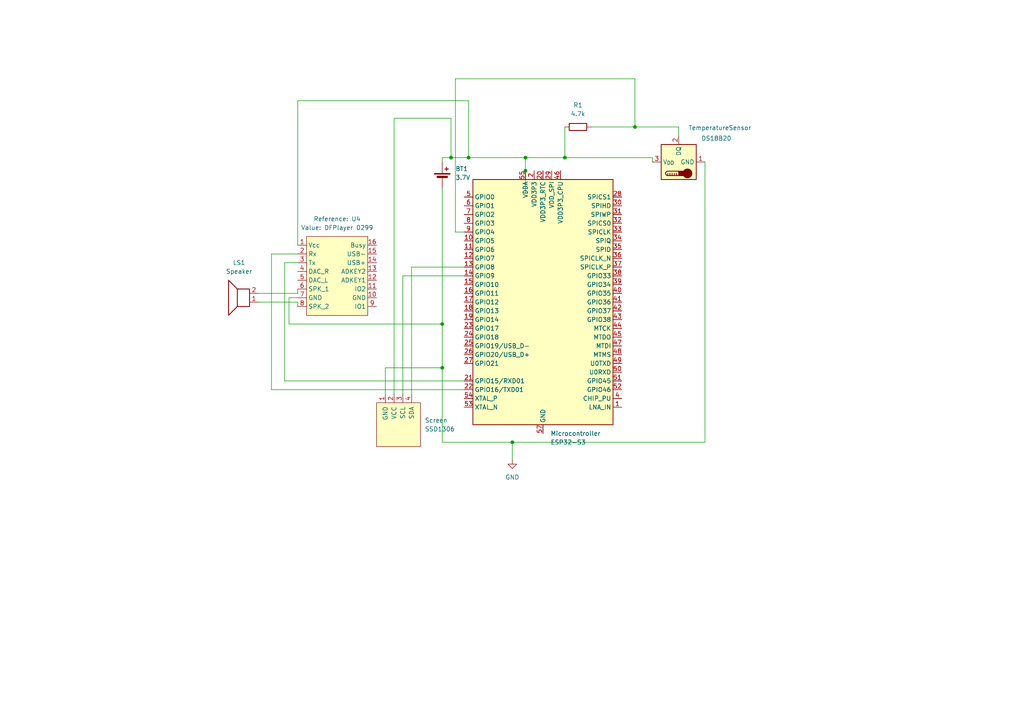
<source format=kicad_sch>
(kicad_sch
	(version 20231120)
	(generator "eeschema")
	(generator_version "8.0")
	(uuid "bd10bf61-521c-45fa-a6f1-caa4eb8db6a9")
	(paper "A4")
	(title_block
		(title "AMR Temperature Sensor Device")
		(rev "1")
	)
	(lib_symbols
		(symbol "DFR0299_1"
			(exclude_from_sim no)
			(in_bom yes)
			(on_board yes)
			(property "Reference" "U"
				(at -11.938 12.192 0)
				(show_name)
				(effects
					(font
						(size 1.27 1.27)
					)
				)
			)
			(property "Value" "DFPlayer 0299"
				(at -7.62 9.906 0)
				(show_name)
				(effects
					(font
						(size 1.27 1.27)
					)
				)
			)
			(property "Footprint" ""
				(at 0 0 0)
				(effects
					(font
						(size 1.27 1.27)
					)
					(hide yes)
				)
			)
			(property "Datasheet" ""
				(at 0 0 0)
				(effects
					(font
						(size 1.27 1.27)
					)
					(hide yes)
				)
			)
			(property "Description" ""
				(at 0 0 0)
				(effects
					(font
						(size 1.27 1.27)
					)
					(hide yes)
				)
			)
			(symbol "DFR0299_1_0_1"
				(rectangle
					(start -8.89 8.89)
					(end 8.89 -13.97)
					(stroke
						(width 0)
						(type default)
					)
					(fill
						(type background)
					)
				)
			)
			(symbol "DFR0299_1_1_1"
				(pin input line
					(at -11.43 6.35 0)
					(length 2.54)
					(name "Vcc"
						(effects
							(font
								(size 1.27 1.27)
							)
						)
					)
					(number "1"
						(effects
							(font
								(size 1.27 1.27)
							)
						)
					)
				)
				(pin output line
					(at 11.43 -8.89 180)
					(length 2.54)
					(name "GND"
						(effects
							(font
								(size 1.27 1.27)
							)
						)
					)
					(number "10"
						(effects
							(font
								(size 1.27 1.27)
							)
						)
					)
				)
				(pin bidirectional line
					(at 11.43 -6.35 180)
					(length 2.54)
					(name "IO2"
						(effects
							(font
								(size 1.27 1.27)
							)
						)
					)
					(number "11"
						(effects
							(font
								(size 1.27 1.27)
							)
						)
					)
				)
				(pin passive line
					(at 11.43 -3.81 180)
					(length 2.54)
					(name "ADKEY1"
						(effects
							(font
								(size 1.27 1.27)
							)
						)
					)
					(number "12"
						(effects
							(font
								(size 1.27 1.27)
							)
						)
					)
				)
				(pin passive line
					(at 11.43 -1.27 180)
					(length 2.54)
					(name "ADKEY2"
						(effects
							(font
								(size 1.27 1.27)
							)
						)
					)
					(number "13"
						(effects
							(font
								(size 1.27 1.27)
							)
						)
					)
				)
				(pin passive line
					(at 11.43 1.27 180)
					(length 2.54)
					(name "USB+"
						(effects
							(font
								(size 1.27 1.27)
							)
						)
					)
					(number "14"
						(effects
							(font
								(size 1.27 1.27)
							)
						)
					)
				)
				(pin passive line
					(at 11.43 3.81 180)
					(length 2.54)
					(name "USB-"
						(effects
							(font
								(size 1.27 1.27)
							)
						)
					)
					(number "15"
						(effects
							(font
								(size 1.27 1.27)
							)
						)
					)
				)
				(pin passive line
					(at 11.43 6.35 180)
					(length 2.54)
					(name "Busy"
						(effects
							(font
								(size 1.27 1.27)
							)
						)
					)
					(number "16"
						(effects
							(font
								(size 1.27 1.27)
							)
						)
					)
				)
				(pin input line
					(at -11.43 3.81 0)
					(length 2.54)
					(name "Rx"
						(effects
							(font
								(size 1.27 1.27)
							)
						)
					)
					(number "2"
						(effects
							(font
								(size 1.27 1.27)
							)
						)
					)
				)
				(pin output line
					(at -11.43 1.27 0)
					(length 2.54)
					(name "Tx"
						(effects
							(font
								(size 1.27 1.27)
							)
						)
					)
					(number "3"
						(effects
							(font
								(size 1.27 1.27)
							)
						)
					)
				)
				(pin output line
					(at -11.43 -1.27 0)
					(length 2.54)
					(name "DAC_R"
						(effects
							(font
								(size 1.27 1.27)
							)
						)
					)
					(number "4"
						(effects
							(font
								(size 1.27 1.27)
							)
						)
					)
				)
				(pin output line
					(at -11.43 -3.81 0)
					(length 2.54)
					(name "DAC_L"
						(effects
							(font
								(size 1.27 1.27)
							)
						)
					)
					(number "5"
						(effects
							(font
								(size 1.27 1.27)
							)
						)
					)
				)
				(pin output line
					(at -11.43 -6.35 0)
					(length 2.54)
					(name "SPK_1"
						(effects
							(font
								(size 1.27 1.27)
							)
						)
					)
					(number "6"
						(effects
							(font
								(size 1.27 1.27)
							)
						)
					)
				)
				(pin output line
					(at -11.43 -8.89 0)
					(length 2.54)
					(name "GND"
						(effects
							(font
								(size 1.27 1.27)
							)
						)
					)
					(number "7"
						(effects
							(font
								(size 1.27 1.27)
							)
						)
					)
				)
				(pin output line
					(at -11.43 -11.43 0)
					(length 2.54)
					(name "SPK_2"
						(effects
							(font
								(size 1.27 1.27)
							)
						)
					)
					(number "8"
						(effects
							(font
								(size 1.27 1.27)
							)
						)
					)
				)
				(pin bidirectional line
					(at 11.43 -11.43 180)
					(length 2.54)
					(name "IO1"
						(effects
							(font
								(size 1.27 1.27)
							)
						)
					)
					(number "9"
						(effects
							(font
								(size 1.27 1.27)
							)
						)
					)
				)
			)
		)
		(symbol "Device:Battery_Cell"
			(pin_numbers hide)
			(pin_names
				(offset 0) hide)
			(exclude_from_sim no)
			(in_bom yes)
			(on_board yes)
			(property "Reference" "BT"
				(at 2.54 2.54 0)
				(effects
					(font
						(size 1.27 1.27)
					)
					(justify left)
				)
			)
			(property "Value" "Battery_Cell"
				(at 2.54 0 0)
				(effects
					(font
						(size 1.27 1.27)
					)
					(justify left)
				)
			)
			(property "Footprint" ""
				(at 0 1.524 90)
				(effects
					(font
						(size 1.27 1.27)
					)
					(hide yes)
				)
			)
			(property "Datasheet" "~"
				(at 0 1.524 90)
				(effects
					(font
						(size 1.27 1.27)
					)
					(hide yes)
				)
			)
			(property "Description" "Single-cell battery"
				(at 0 0 0)
				(effects
					(font
						(size 1.27 1.27)
					)
					(hide yes)
				)
			)
			(property "ki_keywords" "battery cell"
				(at 0 0 0)
				(effects
					(font
						(size 1.27 1.27)
					)
					(hide yes)
				)
			)
			(symbol "Battery_Cell_0_1"
				(rectangle
					(start -2.286 1.778)
					(end 2.286 1.524)
					(stroke
						(width 0)
						(type default)
					)
					(fill
						(type outline)
					)
				)
				(rectangle
					(start -1.524 1.016)
					(end 1.524 0.508)
					(stroke
						(width 0)
						(type default)
					)
					(fill
						(type outline)
					)
				)
				(polyline
					(pts
						(xy 0 0.762) (xy 0 0)
					)
					(stroke
						(width 0)
						(type default)
					)
					(fill
						(type none)
					)
				)
				(polyline
					(pts
						(xy 0 1.778) (xy 0 2.54)
					)
					(stroke
						(width 0)
						(type default)
					)
					(fill
						(type none)
					)
				)
				(polyline
					(pts
						(xy 0.762 3.048) (xy 1.778 3.048)
					)
					(stroke
						(width 0.254)
						(type default)
					)
					(fill
						(type none)
					)
				)
				(polyline
					(pts
						(xy 1.27 3.556) (xy 1.27 2.54)
					)
					(stroke
						(width 0.254)
						(type default)
					)
					(fill
						(type none)
					)
				)
			)
			(symbol "Battery_Cell_1_1"
				(pin passive line
					(at 0 5.08 270)
					(length 2.54)
					(name "+"
						(effects
							(font
								(size 1.27 1.27)
							)
						)
					)
					(number "1"
						(effects
							(font
								(size 1.27 1.27)
							)
						)
					)
				)
				(pin passive line
					(at 0 -2.54 90)
					(length 2.54)
					(name "-"
						(effects
							(font
								(size 1.27 1.27)
							)
						)
					)
					(number "2"
						(effects
							(font
								(size 1.27 1.27)
							)
						)
					)
				)
			)
		)
		(symbol "Device:R"
			(pin_numbers hide)
			(pin_names
				(offset 0)
			)
			(exclude_from_sim no)
			(in_bom yes)
			(on_board yes)
			(property "Reference" "R"
				(at 2.032 0 90)
				(effects
					(font
						(size 1.27 1.27)
					)
				)
			)
			(property "Value" "R"
				(at 0 0 90)
				(effects
					(font
						(size 1.27 1.27)
					)
				)
			)
			(property "Footprint" ""
				(at -1.778 0 90)
				(effects
					(font
						(size 1.27 1.27)
					)
					(hide yes)
				)
			)
			(property "Datasheet" "~"
				(at 0 0 0)
				(effects
					(font
						(size 1.27 1.27)
					)
					(hide yes)
				)
			)
			(property "Description" "Resistor"
				(at 0 0 0)
				(effects
					(font
						(size 1.27 1.27)
					)
					(hide yes)
				)
			)
			(property "ki_keywords" "R res resistor"
				(at 0 0 0)
				(effects
					(font
						(size 1.27 1.27)
					)
					(hide yes)
				)
			)
			(property "ki_fp_filters" "R_*"
				(at 0 0 0)
				(effects
					(font
						(size 1.27 1.27)
					)
					(hide yes)
				)
			)
			(symbol "R_0_1"
				(rectangle
					(start -1.016 -2.54)
					(end 1.016 2.54)
					(stroke
						(width 0.254)
						(type default)
					)
					(fill
						(type none)
					)
				)
			)
			(symbol "R_1_1"
				(pin passive line
					(at 0 3.81 270)
					(length 1.27)
					(name "~"
						(effects
							(font
								(size 1.27 1.27)
							)
						)
					)
					(number "1"
						(effects
							(font
								(size 1.27 1.27)
							)
						)
					)
				)
				(pin passive line
					(at 0 -3.81 90)
					(length 1.27)
					(name "~"
						(effects
							(font
								(size 1.27 1.27)
							)
						)
					)
					(number "2"
						(effects
							(font
								(size 1.27 1.27)
							)
						)
					)
				)
			)
		)
		(symbol "Device:Speaker"
			(pin_names
				(offset 0) hide)
			(exclude_from_sim no)
			(in_bom yes)
			(on_board yes)
			(property "Reference" "LS"
				(at 1.27 5.715 0)
				(effects
					(font
						(size 1.27 1.27)
					)
					(justify right)
				)
			)
			(property "Value" "Speaker"
				(at 1.27 3.81 0)
				(effects
					(font
						(size 1.27 1.27)
					)
					(justify right)
				)
			)
			(property "Footprint" ""
				(at 0 -5.08 0)
				(effects
					(font
						(size 1.27 1.27)
					)
					(hide yes)
				)
			)
			(property "Datasheet" "~"
				(at -0.254 -1.27 0)
				(effects
					(font
						(size 1.27 1.27)
					)
					(hide yes)
				)
			)
			(property "Description" "Speaker"
				(at 0 0 0)
				(effects
					(font
						(size 1.27 1.27)
					)
					(hide yes)
				)
			)
			(property "ki_keywords" "speaker sound"
				(at 0 0 0)
				(effects
					(font
						(size 1.27 1.27)
					)
					(hide yes)
				)
			)
			(symbol "Speaker_0_0"
				(rectangle
					(start -2.54 1.27)
					(end 1.016 -3.81)
					(stroke
						(width 0.254)
						(type default)
					)
					(fill
						(type none)
					)
				)
				(polyline
					(pts
						(xy 1.016 1.27) (xy 3.556 3.81) (xy 3.556 -6.35) (xy 1.016 -3.81)
					)
					(stroke
						(width 0.254)
						(type default)
					)
					(fill
						(type none)
					)
				)
			)
			(symbol "Speaker_1_1"
				(pin input line
					(at -5.08 0 0)
					(length 2.54)
					(name "1"
						(effects
							(font
								(size 1.27 1.27)
							)
						)
					)
					(number "1"
						(effects
							(font
								(size 1.27 1.27)
							)
						)
					)
				)
				(pin input line
					(at -5.08 -2.54 0)
					(length 2.54)
					(name "2"
						(effects
							(font
								(size 1.27 1.27)
							)
						)
					)
					(number "2"
						(effects
							(font
								(size 1.27 1.27)
							)
						)
					)
				)
			)
		)
		(symbol "MCU_Espressif:ESP32-S3"
			(exclude_from_sim no)
			(in_bom yes)
			(on_board yes)
			(property "Reference" "Microcontroller"
				(at 2.1941 -38.1 0)
				(effects
					(font
						(size 1.27 1.27)
					)
					(justify left)
				)
			)
			(property "Value" "ESP32-S3"
				(at 2.1941 -40.64 0)
				(effects
					(font
						(size 1.27 1.27)
					)
					(justify left)
				)
			)
			(property "Footprint" "Package_DFN_QFN:QFN-56-1EP_7x7mm_P0.4mm_EP4x4mm"
				(at 0 -48.26 0)
				(effects
					(font
						(size 1.27 1.27)
					)
					(hide yes)
				)
			)
			(property "Datasheet" "https://www.espressif.com/sites/default/files/documentation/esp32-s3_datasheet_en.pdf"
				(at 0 0 0)
				(effects
					(font
						(size 1.27 1.27)
					)
					(hide yes)
				)
			)
			(property "Description" "Microcontroller, Wi-Fi 802.11b/g/n, Bluetooth, 32bit"
				(at 0 0 0)
				(effects
					(font
						(size 1.27 1.27)
					)
					(hide yes)
				)
			)
			(property "ki_keywords" "Microcontroller Wi-Fi BT ESP ESP32 Espressif"
				(at 0 0 0)
				(effects
					(font
						(size 1.27 1.27)
					)
					(hide yes)
				)
			)
			(property "ki_fp_filters" "QFN*1EP*7x7mm*P0.4mm*"
				(at 0 0 0)
				(effects
					(font
						(size 1.27 1.27)
					)
					(hide yes)
				)
			)
			(symbol "ESP32-S3_0_1"
				(rectangle
					(start -20.32 35.56)
					(end 20.32 -35.56)
					(stroke
						(width 0.254)
						(type default)
					)
					(fill
						(type background)
					)
				)
			)
			(symbol "ESP32-S3_1_0"
				(pin bidirectional line
					(at 22.86 12.7 180)
					(length 2.54)
					(name "SPICLK_N"
						(effects
							(font
								(size 1.27 1.27)
							)
						)
					)
					(number "36"
						(effects
							(font
								(size 1.27 1.27)
							)
						)
					)
				)
				(pin bidirectional line
					(at 22.86 -10.16 180)
					(length 2.54)
					(name "MTDO"
						(effects
							(font
								(size 1.27 1.27)
							)
						)
					)
					(number "45"
						(effects
							(font
								(size 1.27 1.27)
							)
						)
					)
				)
				(pin bidirectional line
					(at 22.86 -22.86 180)
					(length 2.54)
					(name "GPIO45"
						(effects
							(font
								(size 1.27 1.27)
							)
						)
					)
					(number "51"
						(effects
							(font
								(size 1.27 1.27)
							)
						)
					)
				)
				(pin passive line
					(at -5.08 38.1 270)
					(length 2.54) hide
					(name "VDDA"
						(effects
							(font
								(size 1.27 1.27)
							)
						)
					)
					(number "56"
						(effects
							(font
								(size 1.27 1.27)
							)
						)
					)
				)
			)
			(symbol "ESP32-S3_1_1"
				(pin bidirectional line
					(at 22.86 -30.48 180)
					(length 2.54)
					(name "LNA_IN"
						(effects
							(font
								(size 1.27 1.27)
							)
						)
					)
					(number "1"
						(effects
							(font
								(size 1.27 1.27)
							)
						)
					)
				)
				(pin bidirectional line
					(at -22.86 17.78 0)
					(length 2.54)
					(name "GPIO5"
						(effects
							(font
								(size 1.27 1.27)
							)
						)
					)
					(number "10"
						(effects
							(font
								(size 1.27 1.27)
							)
						)
					)
				)
				(pin bidirectional line
					(at -22.86 15.24 0)
					(length 2.54)
					(name "GPIO6"
						(effects
							(font
								(size 1.27 1.27)
							)
						)
					)
					(number "11"
						(effects
							(font
								(size 1.27 1.27)
							)
						)
					)
				)
				(pin bidirectional line
					(at -22.86 12.7 0)
					(length 2.54)
					(name "GPIO7"
						(effects
							(font
								(size 1.27 1.27)
							)
						)
					)
					(number "12"
						(effects
							(font
								(size 1.27 1.27)
							)
						)
					)
				)
				(pin bidirectional line
					(at -22.86 10.16 0)
					(length 2.54)
					(name "GPIO8"
						(effects
							(font
								(size 1.27 1.27)
							)
						)
					)
					(number "13"
						(effects
							(font
								(size 1.27 1.27)
							)
						)
					)
				)
				(pin bidirectional line
					(at -22.86 7.62 0)
					(length 2.54)
					(name "GPIO9"
						(effects
							(font
								(size 1.27 1.27)
							)
						)
					)
					(number "14"
						(effects
							(font
								(size 1.27 1.27)
							)
						)
					)
				)
				(pin bidirectional line
					(at -22.86 5.08 0)
					(length 2.54)
					(name "GPIO10"
						(effects
							(font
								(size 1.27 1.27)
							)
						)
					)
					(number "15"
						(effects
							(font
								(size 1.27 1.27)
							)
						)
					)
				)
				(pin bidirectional line
					(at -22.86 2.54 0)
					(length 2.54)
					(name "GPIO11"
						(effects
							(font
								(size 1.27 1.27)
							)
						)
					)
					(number "16"
						(effects
							(font
								(size 1.27 1.27)
							)
						)
					)
				)
				(pin bidirectional line
					(at -22.86 0 0)
					(length 2.54)
					(name "GPIO12"
						(effects
							(font
								(size 1.27 1.27)
							)
						)
					)
					(number "17"
						(effects
							(font
								(size 1.27 1.27)
							)
						)
					)
				)
				(pin bidirectional line
					(at -22.86 -2.54 0)
					(length 2.54)
					(name "GPIO13"
						(effects
							(font
								(size 1.27 1.27)
							)
						)
					)
					(number "18"
						(effects
							(font
								(size 1.27 1.27)
							)
						)
					)
				)
				(pin bidirectional line
					(at -22.86 -5.08 0)
					(length 2.54)
					(name "GPIO14"
						(effects
							(font
								(size 1.27 1.27)
							)
						)
					)
					(number "19"
						(effects
							(font
								(size 1.27 1.27)
							)
						)
					)
				)
				(pin power_in line
					(at -2.54 38.1 270)
					(length 2.54)
					(name "VDD3P3"
						(effects
							(font
								(size 1.27 1.27)
							)
						)
					)
					(number "2"
						(effects
							(font
								(size 1.27 1.27)
							)
						)
					)
				)
				(pin power_in line
					(at 0 38.1 270)
					(length 2.54)
					(name "VDD3P3_RTC"
						(effects
							(font
								(size 1.27 1.27)
							)
						)
					)
					(number "20"
						(effects
							(font
								(size 1.27 1.27)
							)
						)
					)
				)
				(pin passive line
					(at -22.86 -22.86 0)
					(length 2.54)
					(name "GPIO15/RXD01"
						(effects
							(font
								(size 1.27 1.27)
							)
						)
					)
					(number "21"
						(effects
							(font
								(size 1.27 1.27)
							)
						)
					)
				)
				(pin passive line
					(at -22.86 -25.4 0)
					(length 2.54)
					(name "GPIO16/TXD01"
						(effects
							(font
								(size 1.27 1.27)
							)
						)
					)
					(number "22"
						(effects
							(font
								(size 1.27 1.27)
							)
						)
					)
				)
				(pin bidirectional line
					(at -22.86 -7.62 0)
					(length 2.54)
					(name "GPIO17"
						(effects
							(font
								(size 1.27 1.27)
							)
						)
					)
					(number "23"
						(effects
							(font
								(size 1.27 1.27)
							)
						)
					)
				)
				(pin bidirectional line
					(at -22.86 -10.16 0)
					(length 2.54)
					(name "GPIO18"
						(effects
							(font
								(size 1.27 1.27)
							)
						)
					)
					(number "24"
						(effects
							(font
								(size 1.27 1.27)
							)
						)
					)
				)
				(pin bidirectional line
					(at -22.86 -12.7 0)
					(length 2.54)
					(name "GPIO19/USB_D-"
						(effects
							(font
								(size 1.27 1.27)
							)
						)
					)
					(number "25"
						(effects
							(font
								(size 1.27 1.27)
							)
						)
					)
				)
				(pin bidirectional line
					(at -22.86 -15.24 0)
					(length 2.54)
					(name "GPIO20/USB_D+"
						(effects
							(font
								(size 1.27 1.27)
							)
						)
					)
					(number "26"
						(effects
							(font
								(size 1.27 1.27)
							)
						)
					)
				)
				(pin bidirectional line
					(at -22.86 -17.78 0)
					(length 2.54)
					(name "GPIO21"
						(effects
							(font
								(size 1.27 1.27)
							)
						)
					)
					(number "27"
						(effects
							(font
								(size 1.27 1.27)
							)
						)
					)
				)
				(pin bidirectional line
					(at 22.86 30.48 180)
					(length 2.54)
					(name "SPICS1"
						(effects
							(font
								(size 1.27 1.27)
							)
						)
					)
					(number "28"
						(effects
							(font
								(size 1.27 1.27)
							)
						)
					)
				)
				(pin power_in line
					(at 2.54 38.1 270)
					(length 2.54)
					(name "VDD_SPI"
						(effects
							(font
								(size 1.27 1.27)
							)
						)
					)
					(number "29"
						(effects
							(font
								(size 1.27 1.27)
							)
						)
					)
				)
				(pin passive line
					(at -2.54 38.1 270)
					(length 2.54) hide
					(name "VDD3P3"
						(effects
							(font
								(size 1.27 1.27)
							)
						)
					)
					(number "3"
						(effects
							(font
								(size 1.27 1.27)
							)
						)
					)
				)
				(pin bidirectional line
					(at 22.86 27.94 180)
					(length 2.54)
					(name "SPIHD"
						(effects
							(font
								(size 1.27 1.27)
							)
						)
					)
					(number "30"
						(effects
							(font
								(size 1.27 1.27)
							)
						)
					)
				)
				(pin bidirectional line
					(at 22.86 25.4 180)
					(length 2.54)
					(name "SPIWP"
						(effects
							(font
								(size 1.27 1.27)
							)
						)
					)
					(number "31"
						(effects
							(font
								(size 1.27 1.27)
							)
						)
					)
				)
				(pin bidirectional line
					(at 22.86 22.86 180)
					(length 2.54)
					(name "SPICS0"
						(effects
							(font
								(size 1.27 1.27)
							)
						)
					)
					(number "32"
						(effects
							(font
								(size 1.27 1.27)
							)
						)
					)
				)
				(pin bidirectional line
					(at 22.86 20.32 180)
					(length 2.54)
					(name "SPICLK"
						(effects
							(font
								(size 1.27 1.27)
							)
						)
					)
					(number "33"
						(effects
							(font
								(size 1.27 1.27)
							)
						)
					)
				)
				(pin bidirectional line
					(at 22.86 17.78 180)
					(length 2.54)
					(name "SPIQ"
						(effects
							(font
								(size 1.27 1.27)
							)
						)
					)
					(number "34"
						(effects
							(font
								(size 1.27 1.27)
							)
						)
					)
				)
				(pin bidirectional line
					(at 22.86 15.24 180)
					(length 2.54)
					(name "SPID"
						(effects
							(font
								(size 1.27 1.27)
							)
						)
					)
					(number "35"
						(effects
							(font
								(size 1.27 1.27)
							)
						)
					)
				)
				(pin bidirectional line
					(at 22.86 10.16 180)
					(length 2.54)
					(name "SPICLK_P"
						(effects
							(font
								(size 1.27 1.27)
							)
						)
					)
					(number "37"
						(effects
							(font
								(size 1.27 1.27)
							)
						)
					)
				)
				(pin bidirectional line
					(at 22.86 7.62 180)
					(length 2.54)
					(name "GPIO33"
						(effects
							(font
								(size 1.27 1.27)
							)
						)
					)
					(number "38"
						(effects
							(font
								(size 1.27 1.27)
							)
						)
					)
				)
				(pin bidirectional line
					(at 22.86 5.08 180)
					(length 2.54)
					(name "GPIO34"
						(effects
							(font
								(size 1.27 1.27)
							)
						)
					)
					(number "39"
						(effects
							(font
								(size 1.27 1.27)
							)
						)
					)
				)
				(pin input line
					(at 22.86 -27.94 180)
					(length 2.54)
					(name "CHIP_PU"
						(effects
							(font
								(size 1.27 1.27)
							)
						)
					)
					(number "4"
						(effects
							(font
								(size 1.27 1.27)
							)
						)
					)
				)
				(pin bidirectional line
					(at 22.86 2.54 180)
					(length 2.54)
					(name "GPIO35"
						(effects
							(font
								(size 1.27 1.27)
							)
						)
					)
					(number "40"
						(effects
							(font
								(size 1.27 1.27)
							)
						)
					)
				)
				(pin bidirectional line
					(at 22.86 0 180)
					(length 2.54)
					(name "GPIO36"
						(effects
							(font
								(size 1.27 1.27)
							)
						)
					)
					(number "41"
						(effects
							(font
								(size 1.27 1.27)
							)
						)
					)
				)
				(pin bidirectional line
					(at 22.86 -2.54 180)
					(length 2.54)
					(name "GPIO37"
						(effects
							(font
								(size 1.27 1.27)
							)
						)
					)
					(number "42"
						(effects
							(font
								(size 1.27 1.27)
							)
						)
					)
				)
				(pin bidirectional line
					(at 22.86 -5.08 180)
					(length 2.54)
					(name "GPIO38"
						(effects
							(font
								(size 1.27 1.27)
							)
						)
					)
					(number "43"
						(effects
							(font
								(size 1.27 1.27)
							)
						)
					)
				)
				(pin bidirectional line
					(at 22.86 -7.62 180)
					(length 2.54)
					(name "MTCK"
						(effects
							(font
								(size 1.27 1.27)
							)
						)
					)
					(number "44"
						(effects
							(font
								(size 1.27 1.27)
							)
						)
					)
				)
				(pin power_in line
					(at 5.08 38.1 270)
					(length 2.54)
					(name "VDD3P3_CPU"
						(effects
							(font
								(size 1.27 1.27)
							)
						)
					)
					(number "46"
						(effects
							(font
								(size 1.27 1.27)
							)
						)
					)
				)
				(pin bidirectional line
					(at 22.86 -12.7 180)
					(length 2.54)
					(name "MTDI"
						(effects
							(font
								(size 1.27 1.27)
							)
						)
					)
					(number "47"
						(effects
							(font
								(size 1.27 1.27)
							)
						)
					)
				)
				(pin bidirectional line
					(at 22.86 -15.24 180)
					(length 2.54)
					(name "MTMS"
						(effects
							(font
								(size 1.27 1.27)
							)
						)
					)
					(number "48"
						(effects
							(font
								(size 1.27 1.27)
							)
						)
					)
				)
				(pin bidirectional line
					(at 22.86 -17.78 180)
					(length 2.54)
					(name "U0TXD"
						(effects
							(font
								(size 1.27 1.27)
							)
						)
					)
					(number "49"
						(effects
							(font
								(size 1.27 1.27)
							)
						)
					)
				)
				(pin bidirectional line
					(at -22.86 30.48 0)
					(length 2.54)
					(name "GPIO0"
						(effects
							(font
								(size 1.27 1.27)
							)
						)
					)
					(number "5"
						(effects
							(font
								(size 1.27 1.27)
							)
						)
					)
				)
				(pin bidirectional line
					(at 22.86 -20.32 180)
					(length 2.54)
					(name "U0RXD"
						(effects
							(font
								(size 1.27 1.27)
							)
						)
					)
					(number "50"
						(effects
							(font
								(size 1.27 1.27)
							)
						)
					)
				)
				(pin bidirectional line
					(at 22.86 -25.4 180)
					(length 2.54)
					(name "GPIO46"
						(effects
							(font
								(size 1.27 1.27)
							)
						)
					)
					(number "52"
						(effects
							(font
								(size 1.27 1.27)
							)
						)
					)
				)
				(pin output line
					(at -22.86 -30.48 0)
					(length 2.54)
					(name "XTAL_N"
						(effects
							(font
								(size 1.27 1.27)
							)
						)
					)
					(number "53"
						(effects
							(font
								(size 1.27 1.27)
							)
						)
					)
				)
				(pin input line
					(at -22.86 -27.94 0)
					(length 2.54)
					(name "XTAL_P"
						(effects
							(font
								(size 1.27 1.27)
							)
						)
					)
					(number "54"
						(effects
							(font
								(size 1.27 1.27)
							)
						)
					)
				)
				(pin power_in line
					(at -5.08 38.1 270)
					(length 2.54)
					(name "VDDA"
						(effects
							(font
								(size 1.27 1.27)
							)
						)
					)
					(number "55"
						(effects
							(font
								(size 1.27 1.27)
							)
						)
					)
				)
				(pin power_in line
					(at 0 -38.1 90)
					(length 2.54)
					(name "GND"
						(effects
							(font
								(size 1.27 1.27)
							)
						)
					)
					(number "57"
						(effects
							(font
								(size 1.27 1.27)
							)
						)
					)
				)
				(pin bidirectional line
					(at -22.86 27.94 0)
					(length 2.54)
					(name "GPIO1"
						(effects
							(font
								(size 1.27 1.27)
							)
						)
					)
					(number "6"
						(effects
							(font
								(size 1.27 1.27)
							)
						)
					)
				)
				(pin bidirectional line
					(at -22.86 25.4 0)
					(length 2.54)
					(name "GPIO2"
						(effects
							(font
								(size 1.27 1.27)
							)
						)
					)
					(number "7"
						(effects
							(font
								(size 1.27 1.27)
							)
						)
					)
				)
				(pin bidirectional line
					(at -22.86 22.86 0)
					(length 2.54)
					(name "GPIO3"
						(effects
							(font
								(size 1.27 1.27)
							)
						)
					)
					(number "8"
						(effects
							(font
								(size 1.27 1.27)
							)
						)
					)
				)
				(pin bidirectional line
					(at -22.86 20.32 0)
					(length 2.54)
					(name "GPIO4"
						(effects
							(font
								(size 1.27 1.27)
							)
						)
					)
					(number "9"
						(effects
							(font
								(size 1.27 1.27)
							)
						)
					)
				)
			)
		)
		(symbol "SSD1306 Screen:SSD1306"
			(pin_names
				(offset 1.016)
			)
			(exclude_from_sim no)
			(in_bom yes)
			(on_board yes)
			(property "Reference" "Brd"
				(at 0 -3.81 0)
				(effects
					(font
						(size 1.27 1.27)
					)
				)
			)
			(property "Value" "SSD1306"
				(at 0 -1.27 0)
				(effects
					(font
						(size 1.27 1.27)
					)
				)
			)
			(property "Footprint" ""
				(at 0 6.35 0)
				(effects
					(font
						(size 1.27 1.27)
					)
					(hide yes)
				)
			)
			(property "Datasheet" ""
				(at 0 6.35 0)
				(effects
					(font
						(size 1.27 1.27)
					)
					(hide yes)
				)
			)
			(property "Description" "SSD1306 OLED"
				(at 0 0 0)
				(effects
					(font
						(size 1.27 1.27)
					)
					(hide yes)
				)
			)
			(property "ki_keywords" "SSD1306"
				(at 0 0 0)
				(effects
					(font
						(size 1.27 1.27)
					)
					(hide yes)
				)
			)
			(property "ki_fp_filters" "SSD1306-128x64_OLED:SSD1306"
				(at 0 0 0)
				(effects
					(font
						(size 1.27 1.27)
					)
					(hide yes)
				)
			)
			(symbol "SSD1306_0_1"
				(rectangle
					(start -6.35 6.35)
					(end 6.35 -6.35)
					(stroke
						(width 0)
						(type solid)
					)
					(fill
						(type background)
					)
				)
			)
			(symbol "SSD1306_1_1"
				(pin input line
					(at -3.81 8.89 270)
					(length 2.54)
					(name "GND"
						(effects
							(font
								(size 1.27 1.27)
							)
						)
					)
					(number "1"
						(effects
							(font
								(size 1.27 1.27)
							)
						)
					)
				)
				(pin input line
					(at -1.27 8.89 270)
					(length 2.54)
					(name "VCC"
						(effects
							(font
								(size 1.27 1.27)
							)
						)
					)
					(number "2"
						(effects
							(font
								(size 1.27 1.27)
							)
						)
					)
				)
				(pin input line
					(at 1.27 8.89 270)
					(length 2.54)
					(name "SCL"
						(effects
							(font
								(size 1.27 1.27)
							)
						)
					)
					(number "3"
						(effects
							(font
								(size 1.27 1.27)
							)
						)
					)
				)
				(pin input line
					(at 3.81 8.89 270)
					(length 2.54)
					(name "SDA"
						(effects
							(font
								(size 1.27 1.27)
							)
						)
					)
					(number "4"
						(effects
							(font
								(size 1.27 1.27)
							)
						)
					)
				)
			)
		)
		(symbol "Sensor_Temperature:DS18B20"
			(exclude_from_sim no)
			(in_bom yes)
			(on_board yes)
			(property "Reference" "U"
				(at -3.81 6.35 0)
				(effects
					(font
						(size 1.27 1.27)
					)
				)
			)
			(property "Value" "DS18B20"
				(at 6.35 6.35 0)
				(effects
					(font
						(size 1.27 1.27)
					)
				)
			)
			(property "Footprint" "Package_TO_SOT_THT:TO-92_Inline"
				(at -25.4 -6.35 0)
				(effects
					(font
						(size 1.27 1.27)
					)
					(hide yes)
				)
			)
			(property "Datasheet" "http://datasheets.maximintegrated.com/en/ds/DS18B20.pdf"
				(at -3.81 6.35 0)
				(effects
					(font
						(size 1.27 1.27)
					)
					(hide yes)
				)
			)
			(property "Description" "Programmable Resolution 1-Wire Digital Thermometer TO-92"
				(at 0 0 0)
				(effects
					(font
						(size 1.27 1.27)
					)
					(hide yes)
				)
			)
			(property "ki_keywords" "OneWire 1Wire Dallas Maxim"
				(at 0 0 0)
				(effects
					(font
						(size 1.27 1.27)
					)
					(hide yes)
				)
			)
			(property "ki_fp_filters" "TO*92*"
				(at 0 0 0)
				(effects
					(font
						(size 1.27 1.27)
					)
					(hide yes)
				)
			)
			(symbol "DS18B20_0_1"
				(rectangle
					(start -5.08 5.08)
					(end 5.08 -5.08)
					(stroke
						(width 0.254)
						(type default)
					)
					(fill
						(type background)
					)
				)
				(circle
					(center -3.302 -2.54)
					(radius 1.27)
					(stroke
						(width 0.254)
						(type default)
					)
					(fill
						(type outline)
					)
				)
				(rectangle
					(start -2.667 -1.905)
					(end -3.937 0)
					(stroke
						(width 0.254)
						(type default)
					)
					(fill
						(type outline)
					)
				)
				(arc
					(start -2.667 3.175)
					(mid -3.302 3.8073)
					(end -3.937 3.175)
					(stroke
						(width 0.254)
						(type default)
					)
					(fill
						(type none)
					)
				)
				(polyline
					(pts
						(xy -3.937 0.635) (xy -3.302 0.635)
					)
					(stroke
						(width 0.254)
						(type default)
					)
					(fill
						(type none)
					)
				)
				(polyline
					(pts
						(xy -3.937 1.27) (xy -3.302 1.27)
					)
					(stroke
						(width 0.254)
						(type default)
					)
					(fill
						(type none)
					)
				)
				(polyline
					(pts
						(xy -3.937 1.905) (xy -3.302 1.905)
					)
					(stroke
						(width 0.254)
						(type default)
					)
					(fill
						(type none)
					)
				)
				(polyline
					(pts
						(xy -3.937 2.54) (xy -3.302 2.54)
					)
					(stroke
						(width 0.254)
						(type default)
					)
					(fill
						(type none)
					)
				)
				(polyline
					(pts
						(xy -3.937 3.175) (xy -3.937 0)
					)
					(stroke
						(width 0.254)
						(type default)
					)
					(fill
						(type none)
					)
				)
				(polyline
					(pts
						(xy -3.937 3.175) (xy -3.302 3.175)
					)
					(stroke
						(width 0.254)
						(type default)
					)
					(fill
						(type none)
					)
				)
				(polyline
					(pts
						(xy -2.667 3.175) (xy -2.667 0)
					)
					(stroke
						(width 0.254)
						(type default)
					)
					(fill
						(type none)
					)
				)
			)
			(symbol "DS18B20_1_1"
				(pin power_in line
					(at 0 -7.62 90)
					(length 2.54)
					(name "GND"
						(effects
							(font
								(size 1.27 1.27)
							)
						)
					)
					(number "1"
						(effects
							(font
								(size 1.27 1.27)
							)
						)
					)
				)
				(pin bidirectional line
					(at 7.62 0 180)
					(length 2.54)
					(name "DQ"
						(effects
							(font
								(size 1.27 1.27)
							)
						)
					)
					(number "2"
						(effects
							(font
								(size 1.27 1.27)
							)
						)
					)
				)
				(pin power_in line
					(at 0 7.62 270)
					(length 2.54)
					(name "V_{DD}"
						(effects
							(font
								(size 1.27 1.27)
							)
						)
					)
					(number "3"
						(effects
							(font
								(size 1.27 1.27)
							)
						)
					)
				)
			)
		)
		(symbol "power:GND"
			(power)
			(pin_numbers hide)
			(pin_names
				(offset 0) hide)
			(exclude_from_sim no)
			(in_bom yes)
			(on_board yes)
			(property "Reference" "#PWR"
				(at 0 -6.35 0)
				(effects
					(font
						(size 1.27 1.27)
					)
					(hide yes)
				)
			)
			(property "Value" "GND"
				(at 0 -3.81 0)
				(effects
					(font
						(size 1.27 1.27)
					)
				)
			)
			(property "Footprint" ""
				(at 0 0 0)
				(effects
					(font
						(size 1.27 1.27)
					)
					(hide yes)
				)
			)
			(property "Datasheet" ""
				(at 0 0 0)
				(effects
					(font
						(size 1.27 1.27)
					)
					(hide yes)
				)
			)
			(property "Description" "Power symbol creates a global label with name \"GND\" , ground"
				(at 0 0 0)
				(effects
					(font
						(size 1.27 1.27)
					)
					(hide yes)
				)
			)
			(property "ki_keywords" "global power"
				(at 0 0 0)
				(effects
					(font
						(size 1.27 1.27)
					)
					(hide yes)
				)
			)
			(symbol "GND_0_1"
				(polyline
					(pts
						(xy 0 0) (xy 0 -1.27) (xy 1.27 -1.27) (xy 0 -2.54) (xy -1.27 -1.27) (xy 0 -1.27)
					)
					(stroke
						(width 0)
						(type default)
					)
					(fill
						(type none)
					)
				)
			)
			(symbol "GND_1_1"
				(pin power_in line
					(at 0 0 270)
					(length 0)
					(name "~"
						(effects
							(font
								(size 1.27 1.27)
							)
						)
					)
					(number "1"
						(effects
							(font
								(size 1.27 1.27)
							)
						)
					)
				)
			)
		)
	)
	(junction
		(at 152.4 49.53)
		(diameter 0)
		(color 0 0 0 0)
		(uuid "2635b1b1-d843-427f-9424-e59ed2e6cd33")
	)
	(junction
		(at 184.15 36.83)
		(diameter 0)
		(color 0 0 0 0)
		(uuid "56f2bb2f-ca4e-48d3-ab73-5ecdc6c8cbcf")
	)
	(junction
		(at 135.89 45.72)
		(diameter 0)
		(color 0 0 0 0)
		(uuid "60258a64-a233-4e05-9c55-3c613048c8b5")
	)
	(junction
		(at 148.59 128.27)
		(diameter 0)
		(color 0 0 0 0)
		(uuid "84681e5c-f996-47a7-b732-fcfe7b93ef02")
	)
	(junction
		(at 130.81 45.72)
		(diameter 0)
		(color 0 0 0 0)
		(uuid "89a8dec0-dbc1-4c4d-9b80-a6af75b79c6a")
	)
	(junction
		(at 152.4 45.72)
		(diameter 0)
		(color 0 0 0 0)
		(uuid "b738d4f4-385c-45fa-a95e-ea6e9b66b097")
	)
	(junction
		(at 128.27 106.68)
		(diameter 0)
		(color 0 0 0 0)
		(uuid "e44cf0c4-aab9-46a9-96a9-7ffa8266020f")
	)
	(junction
		(at 163.83 45.72)
		(diameter 0)
		(color 0 0 0 0)
		(uuid "f5c5981b-4cfd-4e97-b8d1-94b8b7ebbb99")
	)
	(junction
		(at 128.27 93.98)
		(diameter 0)
		(color 0 0 0 0)
		(uuid "f65ae228-27e4-4a07-98b5-29305ae710e7")
	)
	(wire
		(pts
			(xy 128.27 54.61) (xy 128.27 93.98)
		)
		(stroke
			(width 0)
			(type default)
		)
		(uuid "004d41a9-92c7-4c59-9890-8d4b371a8c3f")
	)
	(wire
		(pts
			(xy 184.15 36.83) (xy 184.15 22.86)
		)
		(stroke
			(width 0)
			(type default)
		)
		(uuid "01f94168-bc3f-4c09-bc74-8e37fae8f226")
	)
	(wire
		(pts
			(xy 163.83 36.83) (xy 163.83 45.72)
		)
		(stroke
			(width 0)
			(type default)
		)
		(uuid "02d5aade-f990-4f74-9762-1cebfc73f61d")
	)
	(wire
		(pts
			(xy 204.47 46.99) (xy 204.47 128.27)
		)
		(stroke
			(width 0)
			(type default)
		)
		(uuid "0636fe5c-5be7-48c7-b3e1-480e020adc8d")
	)
	(wire
		(pts
			(xy 114.3 114.3) (xy 114.3 34.29)
		)
		(stroke
			(width 0)
			(type default)
		)
		(uuid "06fbffc9-1043-42c9-9ef2-43ed248f0ceb")
	)
	(wire
		(pts
			(xy 74.93 85.09) (xy 86.36 85.09)
		)
		(stroke
			(width 0)
			(type default)
		)
		(uuid "0b27eebc-2dc0-4b27-a571-c6b46a2a7215")
	)
	(wire
		(pts
			(xy 128.27 45.72) (xy 130.81 45.72)
		)
		(stroke
			(width 0)
			(type default)
		)
		(uuid "13fddc24-8ba5-4fe4-881e-8b34eb368885")
	)
	(wire
		(pts
			(xy 184.15 22.86) (xy 132.08 22.86)
		)
		(stroke
			(width 0)
			(type default)
		)
		(uuid "18dc73d9-c8b3-4b2e-b121-3b04a4478396")
	)
	(wire
		(pts
			(xy 86.36 73.66) (xy 78.74 73.66)
		)
		(stroke
			(width 0)
			(type default)
		)
		(uuid "1921939d-29c0-43b4-bc61-e752f7ef52fa")
	)
	(wire
		(pts
			(xy 128.27 128.27) (xy 148.59 128.27)
		)
		(stroke
			(width 0)
			(type default)
		)
		(uuid "1c7c95ae-dfaa-4390-a35e-f9566b08f547")
	)
	(wire
		(pts
			(xy 130.81 45.72) (xy 135.89 45.72)
		)
		(stroke
			(width 0)
			(type default)
		)
		(uuid "211628fb-18b4-4c6f-b14c-5cfeccb86803")
	)
	(wire
		(pts
			(xy 184.15 36.83) (xy 196.85 36.83)
		)
		(stroke
			(width 0)
			(type default)
		)
		(uuid "283c8ba2-16b6-4059-9c01-4af15b9a9486")
	)
	(wire
		(pts
			(xy 119.38 114.3) (xy 119.38 77.47)
		)
		(stroke
			(width 0)
			(type default)
		)
		(uuid "2b4bd7d5-fbfb-4388-aa8b-36193d5c8a85")
	)
	(wire
		(pts
			(xy 82.55 76.2) (xy 82.55 110.49)
		)
		(stroke
			(width 0)
			(type default)
		)
		(uuid "2c13f50d-2e3c-4d71-9498-ad73c6f03bcb")
	)
	(wire
		(pts
			(xy 82.55 110.49) (xy 134.62 110.49)
		)
		(stroke
			(width 0)
			(type default)
		)
		(uuid "2c3b5df0-cac1-44d6-8f33-2cd4ef352346")
	)
	(wire
		(pts
			(xy 196.85 36.83) (xy 196.85 39.37)
		)
		(stroke
			(width 0)
			(type default)
		)
		(uuid "38292a7c-36b9-49c7-885a-d5537b6117bb")
	)
	(wire
		(pts
			(xy 148.59 128.27) (xy 204.47 128.27)
		)
		(stroke
			(width 0)
			(type default)
		)
		(uuid "387dac61-f5f8-40be-86d3-df1be7b00809")
	)
	(wire
		(pts
			(xy 130.81 34.29) (xy 130.81 45.72)
		)
		(stroke
			(width 0)
			(type default)
		)
		(uuid "3ca05e2a-80f6-4478-abfb-98dff973403d")
	)
	(wire
		(pts
			(xy 128.27 93.98) (xy 128.27 106.68)
		)
		(stroke
			(width 0)
			(type default)
		)
		(uuid "3cd6ace7-1742-474e-bc0f-f08579c4799a")
	)
	(wire
		(pts
			(xy 86.36 76.2) (xy 82.55 76.2)
		)
		(stroke
			(width 0)
			(type default)
		)
		(uuid "3e9f09bf-b5c6-4bd5-8c7b-114d5b06fb4e")
	)
	(wire
		(pts
			(xy 163.83 45.72) (xy 189.23 45.72)
		)
		(stroke
			(width 0)
			(type default)
		)
		(uuid "3f8b6b4b-2c8f-4c4c-a2e1-5746ac410ab9")
	)
	(wire
		(pts
			(xy 128.27 128.27) (xy 128.27 106.68)
		)
		(stroke
			(width 0)
			(type default)
		)
		(uuid "4e02a340-bfd0-4f8d-a7c3-f07647355252")
	)
	(wire
		(pts
			(xy 128.27 46.99) (xy 128.27 45.72)
		)
		(stroke
			(width 0)
			(type default)
		)
		(uuid "5aa4d88d-b112-44ff-a6b1-985b7253d67e")
	)
	(wire
		(pts
			(xy 78.74 73.66) (xy 78.74 113.03)
		)
		(stroke
			(width 0)
			(type default)
		)
		(uuid "643c28df-5467-41a8-beda-875e3c8f0f19")
	)
	(wire
		(pts
			(xy 119.38 77.47) (xy 134.62 77.47)
		)
		(stroke
			(width 0)
			(type default)
		)
		(uuid "68a58d81-e9a7-443d-a77a-a130c53a126e")
	)
	(wire
		(pts
			(xy 83.82 93.98) (xy 128.27 93.98)
		)
		(stroke
			(width 0)
			(type default)
		)
		(uuid "68c26276-baa1-4e78-b051-8b73d084b477")
	)
	(wire
		(pts
			(xy 135.89 29.21) (xy 86.36 29.21)
		)
		(stroke
			(width 0)
			(type default)
		)
		(uuid "6b6cc443-8406-40b3-9e39-ef71ca89648c")
	)
	(wire
		(pts
			(xy 78.74 113.03) (xy 134.62 113.03)
		)
		(stroke
			(width 0)
			(type default)
		)
		(uuid "6be76448-d3fa-4036-8a5f-6304e776deeb")
	)
	(wire
		(pts
			(xy 116.84 80.01) (xy 134.62 80.01)
		)
		(stroke
			(width 0)
			(type default)
		)
		(uuid "6ea1e9a4-632d-4692-b442-cff7fc67c9e4")
	)
	(wire
		(pts
			(xy 86.36 29.21) (xy 86.36 71.12)
		)
		(stroke
			(width 0)
			(type default)
		)
		(uuid "823b7426-9628-4b5a-845f-11ee141d41f9")
	)
	(wire
		(pts
			(xy 135.89 45.72) (xy 135.89 29.21)
		)
		(stroke
			(width 0)
			(type default)
		)
		(uuid "8e7bbc4c-4359-49f8-b392-74cc3c693b26")
	)
	(wire
		(pts
			(xy 114.3 34.29) (xy 130.81 34.29)
		)
		(stroke
			(width 0)
			(type default)
		)
		(uuid "918d1c91-4275-40ef-851b-472ad356f2a6")
	)
	(wire
		(pts
			(xy 86.36 86.36) (xy 83.82 86.36)
		)
		(stroke
			(width 0)
			(type default)
		)
		(uuid "970bb561-580d-44b6-996f-a6d8d98d4915")
	)
	(wire
		(pts
			(xy 116.84 114.3) (xy 116.84 80.01)
		)
		(stroke
			(width 0)
			(type default)
		)
		(uuid "9cfbd756-ada2-4868-81fe-ad958f51a1a3")
	)
	(wire
		(pts
			(xy 152.4 49.53) (xy 152.4 55.88)
		)
		(stroke
			(width 0)
			(type default)
		)
		(uuid "a4ed5a2d-7f36-4bae-809a-6c9a0a854490")
	)
	(wire
		(pts
			(xy 171.45 36.83) (xy 184.15 36.83)
		)
		(stroke
			(width 0)
			(type default)
		)
		(uuid "b123a747-805a-4122-954d-3c42aeaa203b")
	)
	(wire
		(pts
			(xy 152.4 45.72) (xy 152.4 49.53)
		)
		(stroke
			(width 0)
			(type default)
		)
		(uuid "b2f662ad-00b1-4ba6-9589-3e9371867f3d")
	)
	(wire
		(pts
			(xy 189.23 45.72) (xy 189.23 46.99)
		)
		(stroke
			(width 0)
			(type default)
		)
		(uuid "bf385c57-5aef-427a-bbb3-036b3c2eb436")
	)
	(wire
		(pts
			(xy 83.82 86.36) (xy 83.82 93.98)
		)
		(stroke
			(width 0)
			(type default)
		)
		(uuid "c31de1eb-7d2e-4ddf-8a91-9bca6ec4605c")
	)
	(wire
		(pts
			(xy 152.4 45.72) (xy 163.83 45.72)
		)
		(stroke
			(width 0)
			(type default)
		)
		(uuid "c4a5c3fc-6402-4306-a3bb-532f83b3b234")
	)
	(wire
		(pts
			(xy 111.76 106.68) (xy 128.27 106.68)
		)
		(stroke
			(width 0)
			(type default)
		)
		(uuid "d4eddb36-e6e1-4b60-82dc-bcce25083f9a")
	)
	(wire
		(pts
			(xy 148.59 133.35) (xy 148.59 128.27)
		)
		(stroke
			(width 0)
			(type default)
		)
		(uuid "e73e2543-0c31-44c0-b52f-34a397fa538b")
	)
	(wire
		(pts
			(xy 132.08 67.31) (xy 134.62 67.31)
		)
		(stroke
			(width 0)
			(type default)
		)
		(uuid "e9d2225d-4e78-4eda-a567-53278fc826ed")
	)
	(wire
		(pts
			(xy 86.36 87.63) (xy 86.36 88.9)
		)
		(stroke
			(width 0)
			(type default)
		)
		(uuid "ea92391e-201d-4b3c-99e0-f3d24ef1164b")
	)
	(wire
		(pts
			(xy 135.89 45.72) (xy 152.4 45.72)
		)
		(stroke
			(width 0)
			(type default)
		)
		(uuid "efe5c2ab-d9d4-44b1-a22a-48768babfbf6")
	)
	(wire
		(pts
			(xy 86.36 85.09) (xy 86.36 83.82)
		)
		(stroke
			(width 0)
			(type default)
		)
		(uuid "f5d90513-f588-4170-942b-e57dae93bae3")
	)
	(wire
		(pts
			(xy 111.76 114.3) (xy 111.76 106.68)
		)
		(stroke
			(width 0)
			(type default)
		)
		(uuid "f92064d9-7f5d-4a3b-a61f-7a1362b261ee")
	)
	(wire
		(pts
			(xy 132.08 22.86) (xy 132.08 67.31)
		)
		(stroke
			(width 0)
			(type default)
		)
		(uuid "f993525d-9795-4637-908f-d5e685811f0b")
	)
	(wire
		(pts
			(xy 74.93 87.63) (xy 86.36 87.63)
		)
		(stroke
			(width 0)
			(type default)
		)
		(uuid "ff39f438-ea2f-4b70-9fbc-47d5f71cdac5")
	)
	(symbol
		(lib_id "Device:R")
		(at 167.64 36.83 90)
		(unit 1)
		(exclude_from_sim no)
		(in_bom yes)
		(on_board yes)
		(dnp no)
		(fields_autoplaced yes)
		(uuid "2057a59f-33da-4e8f-98af-5a922ecaf151")
		(property "Reference" "R1"
			(at 167.64 30.48 90)
			(effects
				(font
					(size 1.27 1.27)
				)
			)
		)
		(property "Value" "4.7k"
			(at 167.64 33.02 90)
			(effects
				(font
					(size 1.27 1.27)
				)
			)
		)
		(property "Footprint" ""
			(at 167.64 38.608 90)
			(effects
				(font
					(size 1.27 1.27)
				)
				(hide yes)
			)
		)
		(property "Datasheet" "~"
			(at 167.64 36.83 0)
			(effects
				(font
					(size 1.27 1.27)
				)
				(hide yes)
			)
		)
		(property "Description" "Resistor"
			(at 167.64 36.83 0)
			(effects
				(font
					(size 1.27 1.27)
				)
				(hide yes)
			)
		)
		(pin "1"
			(uuid "8b8dccba-8037-452b-add7-ec9f9660a5f2")
		)
		(pin "2"
			(uuid "485bd96f-f06e-4e7a-8fba-bf145211f8cc")
		)
		(instances
			(project ""
				(path "/bd10bf61-521c-45fa-a6f1-caa4eb8db6a9"
					(reference "R1")
					(unit 1)
				)
			)
		)
	)
	(symbol
		(lib_id "Device:Speaker")
		(at 69.85 87.63 180)
		(unit 1)
		(exclude_from_sim no)
		(in_bom yes)
		(on_board yes)
		(dnp no)
		(fields_autoplaced yes)
		(uuid "36a02b92-d351-4153-b3d3-607592b48c2d")
		(property "Reference" "LS1"
			(at 69.342 76.2 0)
			(effects
				(font
					(size 1.27 1.27)
				)
			)
		)
		(property "Value" "Speaker"
			(at 69.342 78.74 0)
			(effects
				(font
					(size 1.27 1.27)
				)
			)
		)
		(property "Footprint" ""
			(at 69.85 82.55 0)
			(effects
				(font
					(size 1.27 1.27)
				)
				(hide yes)
			)
		)
		(property "Datasheet" "~"
			(at 70.104 86.36 0)
			(effects
				(font
					(size 1.27 1.27)
				)
				(hide yes)
			)
		)
		(property "Description" "Speaker"
			(at 69.85 87.63 0)
			(effects
				(font
					(size 1.27 1.27)
				)
				(hide yes)
			)
		)
		(pin "2"
			(uuid "0ea44f8e-5745-4029-a1b8-243327922a00")
		)
		(pin "1"
			(uuid "e123ef7e-f4df-4ad2-b059-a1e1df83e14b")
		)
		(instances
			(project ""
				(path "/bd10bf61-521c-45fa-a6f1-caa4eb8db6a9"
					(reference "LS1")
					(unit 1)
				)
			)
		)
	)
	(symbol
		(lib_id "SSD1306 Screen:SSD1306")
		(at 115.57 123.19 0)
		(unit 1)
		(exclude_from_sim no)
		(in_bom yes)
		(on_board yes)
		(dnp no)
		(fields_autoplaced yes)
		(uuid "4684d0f5-3f59-416d-857f-e01746975f91")
		(property "Reference" "Screen"
			(at 123.19 121.9199 0)
			(effects
				(font
					(size 1.27 1.27)
				)
				(justify left)
			)
		)
		(property "Value" "SSD1306"
			(at 123.19 124.4599 0)
			(effects
				(font
					(size 1.27 1.27)
				)
				(justify left)
			)
		)
		(property "Footprint" ""
			(at 115.57 116.84 0)
			(effects
				(font
					(size 1.27 1.27)
				)
				(hide yes)
			)
		)
		(property "Datasheet" ""
			(at 115.57 116.84 0)
			(effects
				(font
					(size 1.27 1.27)
				)
				(hide yes)
			)
		)
		(property "Description" "SSD1306 OLED"
			(at 115.57 123.19 0)
			(effects
				(font
					(size 1.27 1.27)
				)
				(hide yes)
			)
		)
		(pin "2"
			(uuid "2f3d9554-9139-47db-baf1-319573adf84c")
		)
		(pin "3"
			(uuid "6ead3b45-c4b6-448d-9ce0-1384c8156cb9")
		)
		(pin "1"
			(uuid "d61312b3-d27c-41f8-8208-fe2cf3f8c613")
		)
		(pin "4"
			(uuid "eeb36a41-0342-4c22-baf9-22b3176c2459")
		)
		(instances
			(project ""
				(path "/bd10bf61-521c-45fa-a6f1-caa4eb8db6a9"
					(reference "Screen")
					(unit 1)
				)
			)
		)
	)
	(symbol
		(lib_id "MCU_Espressif:ESP32-S3")
		(at 157.48 87.63 0)
		(unit 1)
		(exclude_from_sim no)
		(in_bom yes)
		(on_board yes)
		(dnp no)
		(fields_autoplaced yes)
		(uuid "59e62ef5-49bc-45d9-9f8f-16da28373ceb")
		(property "Reference" "Microcontroller"
			(at 159.6741 125.73 0)
			(effects
				(font
					(size 1.27 1.27)
				)
				(justify left)
			)
		)
		(property "Value" "ESP32-S3"
			(at 159.6741 128.27 0)
			(effects
				(font
					(size 1.27 1.27)
				)
				(justify left)
			)
		)
		(property "Footprint" "Package_DFN_QFN:QFN-56-1EP_7x7mm_P0.4mm_EP4x4mm"
			(at 157.48 135.89 0)
			(effects
				(font
					(size 1.27 1.27)
				)
				(hide yes)
			)
		)
		(property "Datasheet" "https://www.espressif.com/sites/default/files/documentation/esp32-s3_datasheet_en.pdf"
			(at 157.48 87.63 0)
			(effects
				(font
					(size 1.27 1.27)
				)
				(hide yes)
			)
		)
		(property "Description" "Microcontroller, Wi-Fi 802.11b/g/n, Bluetooth, 32bit"
			(at 157.48 87.63 0)
			(effects
				(font
					(size 1.27 1.27)
				)
				(hide yes)
			)
		)
		(pin "36"
			(uuid "4b027262-616b-4a44-9f29-6ccfbf1d23e4")
		)
		(pin "45"
			(uuid "4fa52db0-dab2-4ead-8faa-d802e2e98136")
		)
		(pin "51"
			(uuid "480bfbdb-3f21-42eb-9e01-836978590424")
		)
		(pin "56"
			(uuid "ab574e6d-77f9-4f44-8c16-5d9839e73c3d")
		)
		(pin "1"
			(uuid "66b4223c-53fd-4367-8e2c-908db19c6124")
		)
		(pin "10"
			(uuid "cd07d24c-b97b-41ed-8a00-f107d7d19320")
		)
		(pin "11"
			(uuid "8f550c69-6ac6-425c-9e8b-e9d250a8c074")
		)
		(pin "12"
			(uuid "820ca2c3-f5c8-4e07-a03a-b233ba88bf6b")
		)
		(pin "13"
			(uuid "1fafa482-e78f-41d5-b2e5-8992028afdb1")
		)
		(pin "14"
			(uuid "4b2ca696-49ec-44ea-a418-767d76b47537")
		)
		(pin "15"
			(uuid "0b71879b-1ca8-4f3c-8f9f-8279253afb89")
		)
		(pin "16"
			(uuid "40eb5b3f-94c3-4009-8855-7f252d8ecdfa")
		)
		(pin "17"
			(uuid "3463466b-3694-4d19-851b-1049e2f11723")
		)
		(pin "18"
			(uuid "b105d458-0656-4826-a64a-800b5c7be52a")
		)
		(pin "19"
			(uuid "a6b850c7-fe7b-43a7-9065-62c79ad172ad")
		)
		(pin "2"
			(uuid "89fbcd31-de82-4f91-bdbc-e6a2a4ceb1ab")
		)
		(pin "20"
			(uuid "f181fc5a-0fac-4053-89d2-dff764c459ca")
		)
		(pin "54"
			(uuid "06ff0197-9162-4e70-977c-8ac4d9107bee")
		)
		(pin "4"
			(uuid "13d2aeb1-d275-4cf1-a464-a3a78223826f")
		)
		(pin "41"
			(uuid "2bca6b7d-03d9-480d-94ed-871f56ac53b4")
		)
		(pin "35"
			(uuid "fcd7f299-1d56-4ea7-835c-80b099df49ec")
		)
		(pin "55"
			(uuid "517500a1-0b19-4f2e-b534-aecc9ff23154")
		)
		(pin "27"
			(uuid "7c8be684-bf71-4bda-8f91-22cd092c7f02")
		)
		(pin "53"
			(uuid "bdf8d0c3-747e-439d-ab77-f08fbd96c094")
		)
		(pin "39"
			(uuid "261f845f-0e11-475f-b569-f02d78733dfb")
		)
		(pin "24"
			(uuid "4c7f674d-0f23-417f-8f4d-56c07eca4fc3")
		)
		(pin "9"
			(uuid "12533f6a-51aa-410d-8f71-19b7d806a300")
		)
		(pin "25"
			(uuid "4e251895-2c32-4660-b9e4-72623836d56b")
		)
		(pin "50"
			(uuid "5ed2505d-f48e-4363-9236-bc8b3aa84847")
		)
		(pin "32"
			(uuid "fa1bdaca-6441-4d32-bc5e-e47d550d7de2")
		)
		(pin "29"
			(uuid "2da7229e-1e3a-4833-802d-94acf4bfcabb")
		)
		(pin "40"
			(uuid "1bc0b7e0-0554-4277-ac77-1d8d160a61ed")
		)
		(pin "23"
			(uuid "3506f5c5-63c4-4034-950c-983ad1fd6702")
		)
		(pin "26"
			(uuid "50f47016-051d-4ae5-a81c-7f3bac07203f")
		)
		(pin "47"
			(uuid "3ba5f701-c49b-41b7-8f26-818989fb75c6")
		)
		(pin "49"
			(uuid "6628d206-b2ec-4020-a2fe-2e7895b208ae")
		)
		(pin "38"
			(uuid "55a33ec4-57d3-4f27-ba73-085d8f8b2399")
		)
		(pin "33"
			(uuid "be4e41ac-02e6-4275-90d1-a24f286698f7")
		)
		(pin "30"
			(uuid "dc8e91dd-46e5-4f12-bf13-7b2ddaf3dd0c")
		)
		(pin "42"
			(uuid "d27bdd9e-bcec-4cef-9b61-ef065b08b028")
		)
		(pin "43"
			(uuid "400acbcb-84fa-4830-8995-f91fb206d424")
		)
		(pin "52"
			(uuid "1f7c78e3-eab3-4ab9-b4ac-a224128aa22e")
		)
		(pin "34"
			(uuid "62482301-f827-41cc-b579-17fc97bebe9d")
		)
		(pin "28"
			(uuid "b5f1e0f5-c881-4b45-a88e-5e53698af9cf")
		)
		(pin "3"
			(uuid "bafbdb4e-4f93-4268-a661-9bacbad1b4d0")
		)
		(pin "21"
			(uuid "6e14f792-b90b-47c2-b250-75dde9855715")
		)
		(pin "57"
			(uuid "68b2faeb-8abe-47a5-8f0a-089adc5de6f2")
		)
		(pin "6"
			(uuid "667706b9-8f53-4e03-b496-e52600c16c21")
		)
		(pin "8"
			(uuid "e85ca12e-3e60-4613-90b4-355adb26f01f")
		)
		(pin "22"
			(uuid "59cdc85e-8682-4df7-b91d-63de6dca864b")
		)
		(pin "37"
			(uuid "369b4f7e-1fb6-4bbc-a9bd-18417922ccdf")
		)
		(pin "31"
			(uuid "9ab6e3cd-f357-4b29-af6b-26a0d3aa30e2")
		)
		(pin "48"
			(uuid "ac7ed1a0-6528-42cf-96f5-b8acc0a299e7")
		)
		(pin "46"
			(uuid "8023e359-4b4a-40af-889f-613e1f0ded84")
		)
		(pin "44"
			(uuid "00ee59b4-63a9-4134-8dff-79ffa63778a2")
		)
		(pin "5"
			(uuid "d788fb2a-e703-4dfa-99e0-6a8a2ada9c63")
		)
		(pin "7"
			(uuid "11460884-217b-4482-9bec-bd228a747496")
		)
		(instances
			(project ""
				(path "/bd10bf61-521c-45fa-a6f1-caa4eb8db6a9"
					(reference "Microcontroller")
					(unit 1)
				)
			)
		)
	)
	(symbol
		(lib_id "Device:Battery_Cell")
		(at 128.27 52.07 0)
		(unit 1)
		(exclude_from_sim no)
		(in_bom yes)
		(on_board yes)
		(dnp no)
		(fields_autoplaced yes)
		(uuid "6ab047ee-5846-4670-9085-0fedd133488b")
		(property "Reference" "BT1"
			(at 132.08 48.9584 0)
			(effects
				(font
					(size 1.27 1.27)
				)
				(justify left)
			)
		)
		(property "Value" "3.7V"
			(at 132.08 51.4984 0)
			(effects
				(font
					(size 1.27 1.27)
				)
				(justify left)
			)
		)
		(property "Footprint" ""
			(at 128.27 50.546 90)
			(effects
				(font
					(size 1.27 1.27)
				)
				(hide yes)
			)
		)
		(property "Datasheet" "~"
			(at 128.27 50.546 90)
			(effects
				(font
					(size 1.27 1.27)
				)
				(hide yes)
			)
		)
		(property "Description" "Single-cell battery"
			(at 128.27 52.07 0)
			(effects
				(font
					(size 1.27 1.27)
				)
				(hide yes)
			)
		)
		(pin "1"
			(uuid "7f435ccc-44c8-4739-82d6-85473ae8f6d2")
		)
		(pin "2"
			(uuid "fba7cbfc-b565-418d-9e2c-8ffe58c084ac")
		)
		(instances
			(project ""
				(path "/bd10bf61-521c-45fa-a6f1-caa4eb8db6a9"
					(reference "BT1")
					(unit 1)
				)
			)
		)
	)
	(symbol
		(lib_id "Sensor_Temperature:DS18B20")
		(at 196.85 46.99 90)
		(unit 1)
		(exclude_from_sim no)
		(in_bom yes)
		(on_board yes)
		(dnp no)
		(uuid "71aa483a-cdc7-43e9-a428-5b681647f521")
		(property "Reference" "TemperatureSensor"
			(at 208.788 37.084 90)
			(effects
				(font
					(size 1.27 1.27)
				)
			)
		)
		(property "Value" "DS18B20"
			(at 207.772 40.132 90)
			(effects
				(font
					(size 1.27 1.27)
				)
			)
		)
		(property "Footprint" "Package_TO_SOT_THT:TO-92_Inline"
			(at 203.2 72.39 0)
			(effects
				(font
					(size 1.27 1.27)
				)
				(hide yes)
			)
		)
		(property "Datasheet" "http://datasheets.maximintegrated.com/en/ds/DS18B20.pdf"
			(at 190.5 50.8 0)
			(effects
				(font
					(size 1.27 1.27)
				)
				(hide yes)
			)
		)
		(property "Description" "Programmable Resolution 1-Wire Digital Thermometer TO-92"
			(at 196.85 46.99 0)
			(effects
				(font
					(size 1.27 1.27)
				)
				(hide yes)
			)
		)
		(pin "1"
			(uuid "97491c65-5bba-4b52-83f6-449e74c45236")
		)
		(pin "2"
			(uuid "a9066e8e-59f7-4164-b4d6-f455224e7996")
		)
		(pin "3"
			(uuid "62a4d812-1357-40a1-b1fe-a676a337dd38")
		)
		(instances
			(project ""
				(path "/bd10bf61-521c-45fa-a6f1-caa4eb8db6a9"
					(reference "TemperatureSensor")
					(unit 1)
				)
			)
		)
	)
	(symbol
		(lib_id "power:GND")
		(at 148.59 133.35 0)
		(unit 1)
		(exclude_from_sim no)
		(in_bom yes)
		(on_board yes)
		(dnp no)
		(uuid "c428921e-e70e-43a0-b5b3-2adb1d07f6fe")
		(property "Reference" "#PWR01"
			(at 148.59 139.7 0)
			(effects
				(font
					(size 1.27 1.27)
				)
				(hide yes)
			)
		)
		(property "Value" "GND"
			(at 148.59 138.43 0)
			(effects
				(font
					(size 1.27 1.27)
				)
			)
		)
		(property "Footprint" ""
			(at 148.59 133.35 0)
			(effects
				(font
					(size 1.27 1.27)
				)
				(hide yes)
			)
		)
		(property "Datasheet" ""
			(at 148.59 133.35 0)
			(effects
				(font
					(size 1.27 1.27)
				)
				(hide yes)
			)
		)
		(property "Description" "Power symbol creates a global label with name \"GND\" , ground"
			(at 148.59 133.35 0)
			(effects
				(font
					(size 1.27 1.27)
				)
				(hide yes)
			)
		)
		(pin "1"
			(uuid "a14979d8-c584-49d6-a3f1-dbd6cbf09873")
		)
		(instances
			(project ""
				(path "/bd10bf61-521c-45fa-a6f1-caa4eb8db6a9"
					(reference "#PWR01")
					(unit 1)
				)
			)
		)
	)
	(symbol
		(lib_name "DFR0299_1")
		(lib_id "DFRobot:DFR0299")
		(at 97.79 77.47 0)
		(unit 1)
		(exclude_from_sim no)
		(in_bom yes)
		(on_board yes)
		(dnp no)
		(fields_autoplaced yes)
		(uuid "c49843fc-f83a-4776-8a1d-e854c686f342")
		(property "Reference" "U4"
			(at 97.79 63.5 0)
			(show_name yes)
			(effects
				(font
					(size 1.27 1.27)
				)
			)
		)
		(property "Value" "DFPlayer 0299"
			(at 97.79 66.04 0)
			(show_name yes)
			(effects
				(font
					(size 1.27 1.27)
				)
			)
		)
		(property "Footprint" ""
			(at 97.79 77.47 0)
			(effects
				(font
					(size 1.27 1.27)
				)
				(hide yes)
			)
		)
		(property "Datasheet" ""
			(at 97.79 77.47 0)
			(effects
				(font
					(size 1.27 1.27)
				)
				(hide yes)
			)
		)
		(property "Description" ""
			(at 97.79 77.47 0)
			(effects
				(font
					(size 1.27 1.27)
				)
				(hide yes)
			)
		)
		(pin "7"
			(uuid "8a84e234-5603-4fe4-a729-d0070cdeb1b7")
		)
		(pin "14"
			(uuid "070552bb-6d6e-46da-8be7-ea55a83425f9")
		)
		(pin "8"
			(uuid "42509921-b5a9-4ad8-acfb-d06420ec186c")
		)
		(pin "10"
			(uuid "8dd0ea04-943b-4269-82d2-50edf36c94e9")
		)
		(pin "2"
			(uuid "371d5269-0303-4b3a-9f53-7ccaf150bbaa")
		)
		(pin "15"
			(uuid "cd8aef5e-7202-463f-93f2-9f344b1a4445")
		)
		(pin "5"
			(uuid "cca4095a-a406-4db6-a773-5218e253a6db")
		)
		(pin "16"
			(uuid "34f390fc-abda-46bd-82c6-960617b26416")
		)
		(pin "9"
			(uuid "877c7ef3-993c-43ed-88a8-f8ce0a7a093c")
		)
		(pin "11"
			(uuid "d3270cb3-21b6-45a9-87fb-1ed1273ce627")
		)
		(pin "1"
			(uuid "666f1f47-174b-4d19-ae3a-751dba25b7bf")
		)
		(pin "3"
			(uuid "5b77649a-af78-4384-bb9b-aabb460416f4")
		)
		(pin "12"
			(uuid "58fb7ce5-d10f-41cf-8b59-0783d95668e8")
		)
		(pin "13"
			(uuid "e2472779-d237-46a5-a5ae-a135f0565d57")
		)
		(pin "6"
			(uuid "0a984082-6431-4c8d-ab11-67466f51bf6d")
		)
		(pin "4"
			(uuid "62ff24e5-41ac-4416-82e3-0ea1584e4f86")
		)
		(instances
			(project ""
				(path "/bd10bf61-521c-45fa-a6f1-caa4eb8db6a9"
					(reference "U4")
					(unit 1)
				)
			)
		)
	)
	(sheet_instances
		(path "/"
			(page "1")
		)
	)
)

</source>
